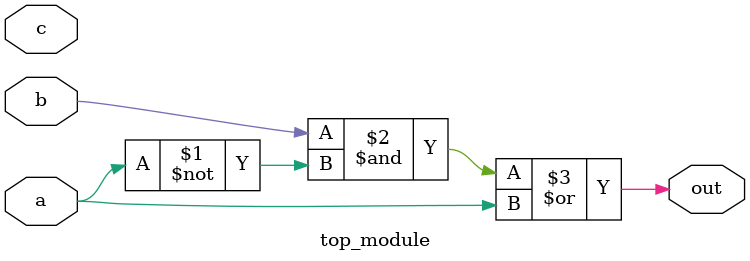
<source format=sv>
module top_module(
    input a, 
    input b,
    input c,
    output out
);

assign out = (b & ~a) | a;

endmodule

</source>
